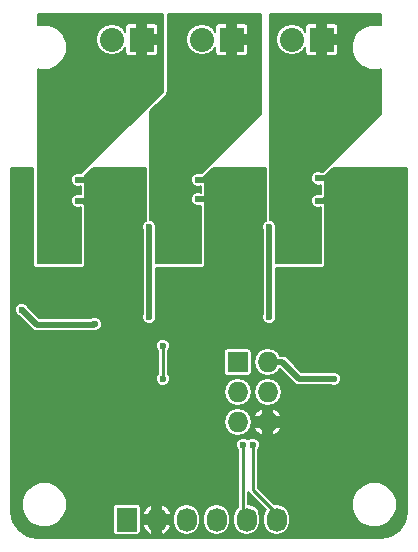
<source format=gbl>
G04 #@! TF.FileFunction,Copper,L2,Bot,Signal*
%FSLAX46Y46*%
G04 Gerber Fmt 4.6, Leading zero omitted, Abs format (unit mm)*
G04 Created by KiCad (PCBNEW 4.0.4-1.fc25-product) date Wed Mar 29 11:33:43 2017*
%MOMM*%
%LPD*%
G01*
G04 APERTURE LIST*
%ADD10C,0.100000*%
%ADD11R,1.727200X1.727200*%
%ADD12O,1.727200X1.727200*%
%ADD13R,1.727200X2.032000*%
%ADD14O,1.727200X2.032000*%
%ADD15R,2.032000X2.032000*%
%ADD16O,2.032000X2.032000*%
%ADD17C,0.600000*%
%ADD18C,0.500000*%
%ADD19C,0.250000*%
%ADD20C,0.200000*%
G04 APERTURE END LIST*
D10*
D11*
X175768000Y-107315000D03*
D12*
X178308000Y-107315000D03*
X175768000Y-109855000D03*
X178308000Y-109855000D03*
X175768000Y-112395000D03*
X178308000Y-112395000D03*
D13*
X166370000Y-120650000D03*
D14*
X168910000Y-120650000D03*
X171450000Y-120650000D03*
X173990000Y-120650000D03*
X176530000Y-120650000D03*
X179070000Y-120650000D03*
D15*
X167640000Y-80010000D03*
D16*
X165100000Y-80010000D03*
D15*
X175260000Y-80010000D03*
D16*
X172720000Y-80010000D03*
D15*
X182880000Y-80010000D03*
D16*
X180340000Y-80010000D03*
D17*
X183896000Y-108712000D03*
X167259000Y-113665000D03*
X168148000Y-115062000D03*
X183094000Y-117562000D03*
X183134000Y-115570000D03*
X182560000Y-93665000D03*
X182560000Y-91765002D03*
X172400000Y-91887000D03*
X172400000Y-93533000D03*
X162240000Y-93660000D03*
X162240000Y-91887000D03*
X168188000Y-117054000D03*
X165170000Y-113665000D03*
X161320000Y-113762000D03*
X161320000Y-112746000D03*
X161320000Y-111633000D03*
X183126000Y-111125000D03*
X184110000Y-106894000D03*
X184110000Y-105196000D03*
X181630000Y-101326000D03*
X180594000Y-101346000D03*
X180594000Y-100330000D03*
X171490000Y-101306000D03*
X170434000Y-101346000D03*
X170434000Y-100330000D03*
X160274000Y-100076000D03*
X160274000Y-101092000D03*
X161330000Y-101052000D03*
X166370000Y-82296000D03*
X167386000Y-83312000D03*
X166370000Y-84328000D03*
X161798000Y-96266000D03*
X160528000Y-96266000D03*
X159385000Y-98425000D03*
X159385000Y-97155000D03*
X159385000Y-95885000D03*
X159385000Y-93345000D03*
X159385000Y-94615000D03*
X169418000Y-105918000D03*
X169418000Y-108712000D03*
X178435000Y-95885000D03*
X178435000Y-103505000D03*
X168275000Y-95885000D03*
X168275000Y-103505000D03*
X163654821Y-104120020D03*
X157480000Y-102870000D03*
X175260000Y-82042000D03*
X176510000Y-83185000D03*
X175260000Y-84328000D03*
X171958000Y-96266000D03*
X170688000Y-96266000D03*
X169545000Y-98425000D03*
X169545000Y-97155000D03*
X169545000Y-95885000D03*
X169545000Y-93460000D03*
X169545000Y-94615000D03*
X184785000Y-81153000D03*
X183475000Y-82060000D03*
X184785000Y-82169000D03*
X184785000Y-83185000D03*
X182118000Y-96266000D03*
X180848000Y-96266000D03*
X179705000Y-93460000D03*
X179705000Y-98425000D03*
X179705000Y-97155000D03*
X179705000Y-94615000D03*
X179705000Y-95885000D03*
X176237997Y-114300000D03*
X177038000Y-114300000D03*
D18*
X180926314Y-108712000D02*
X183896000Y-108712000D01*
X178308000Y-107315000D02*
X179529314Y-107315000D01*
X179529314Y-107315000D02*
X180926314Y-108712000D01*
X183896000Y-91694000D02*
X183824998Y-91765002D01*
X183824998Y-91765002D02*
X182560000Y-91765002D01*
X184277000Y-92075000D02*
X183896000Y-91694000D01*
X184277000Y-93218000D02*
X184277000Y-92075000D01*
X183896000Y-93599000D02*
X184277000Y-93218000D01*
X183050264Y-93599000D02*
X183896000Y-93599000D01*
X182560000Y-93665000D02*
X182984264Y-93665000D01*
X182984264Y-93665000D02*
X183050264Y-93599000D01*
X174117000Y-93726000D02*
X173924000Y-93533000D01*
X173924000Y-93533000D02*
X172400000Y-93533000D01*
X174117000Y-92202000D02*
X174117000Y-93726000D01*
X173736000Y-91821000D02*
X174117000Y-92202000D01*
X172890264Y-91821000D02*
X173736000Y-91821000D01*
X172400000Y-91887000D02*
X172824264Y-91887000D01*
X172824264Y-91887000D02*
X172890264Y-91821000D01*
X163449000Y-91948000D02*
X163388000Y-91887000D01*
X163388000Y-91887000D02*
X162240000Y-91887000D01*
X163449000Y-93726000D02*
X163449000Y-91948000D01*
X162730264Y-93726000D02*
X163449000Y-93726000D01*
X162240000Y-93660000D02*
X162664264Y-93660000D01*
X162664264Y-93660000D02*
X162730264Y-93726000D01*
X160528000Y-96266000D02*
X161798000Y-96266000D01*
X159385000Y-94615000D02*
X159385000Y-93345000D01*
D19*
X169418000Y-108712000D02*
X169418000Y-105918000D01*
X173990000Y-120650000D02*
X173990000Y-120497600D01*
D18*
X175641000Y-107188000D02*
X175768000Y-107315000D01*
X178435000Y-103505000D02*
X178435000Y-95885000D01*
X168275000Y-103505000D02*
X168275000Y-95885000D01*
X158750000Y-104140000D02*
X163634841Y-104140000D01*
X163634841Y-104140000D02*
X163654821Y-104120020D01*
X157480000Y-102870000D02*
X158750000Y-104140000D01*
X170307000Y-95885000D02*
X170688000Y-96266000D01*
X169545000Y-95885000D02*
X170307000Y-95885000D01*
X169545000Y-97155000D02*
X169545000Y-98425000D01*
X169545000Y-95885000D02*
X169545000Y-97155000D01*
X181864000Y-96266000D02*
X182118000Y-96266000D01*
X180848000Y-96266000D02*
X181864000Y-96266000D01*
X179705000Y-94615000D02*
X179705000Y-93460000D01*
X179705000Y-93345000D02*
X179705000Y-93460000D01*
X179705000Y-97155000D02*
X179705000Y-98425000D01*
X179705000Y-95885000D02*
X179705000Y-97155000D01*
X179705000Y-95885000D02*
X179705000Y-94615000D01*
D19*
X176237997Y-114300000D02*
X176237997Y-120357997D01*
X176237997Y-120357997D02*
X176530000Y-120650000D01*
X177165000Y-120015000D02*
X176530000Y-120650000D01*
X177038000Y-114300000D02*
X177038000Y-118110000D01*
X177038000Y-118110000D02*
X179070000Y-120142000D01*
X179070000Y-120142000D02*
X179070000Y-120650000D01*
D20*
G36*
X169445000Y-84413578D02*
X162521578Y-91337000D01*
X162480034Y-91337000D01*
X162359871Y-91287104D01*
X162121176Y-91286896D01*
X161900571Y-91378048D01*
X161731641Y-91546683D01*
X161640104Y-91767129D01*
X161639896Y-92005824D01*
X161731048Y-92226429D01*
X161899683Y-92395359D01*
X162120129Y-92486896D01*
X162358824Y-92487104D01*
X162460000Y-92445299D01*
X162460000Y-93101681D01*
X162359871Y-93060104D01*
X162121176Y-93059896D01*
X161900571Y-93151048D01*
X161731641Y-93319683D01*
X161640104Y-93540129D01*
X161639896Y-93778824D01*
X161731048Y-93999429D01*
X161899683Y-94168359D01*
X162120129Y-94259896D01*
X162358824Y-94260104D01*
X162460000Y-94218299D01*
X162460000Y-98960000D01*
X158850000Y-98960000D01*
X158850000Y-82480138D01*
X159005409Y-82544669D01*
X159761275Y-82545329D01*
X160459857Y-82256681D01*
X160994802Y-81722669D01*
X161284669Y-81024591D01*
X161285329Y-80268725D01*
X161167774Y-79984218D01*
X163784000Y-79984218D01*
X163784000Y-80035782D01*
X163884175Y-80539393D01*
X164169447Y-80966335D01*
X164596389Y-81251607D01*
X165100000Y-81351782D01*
X165603611Y-81251607D01*
X166030553Y-80966335D01*
X166224000Y-80676820D01*
X166224000Y-81105565D01*
X166284896Y-81252582D01*
X166397418Y-81365104D01*
X166544435Y-81426000D01*
X167140000Y-81426000D01*
X167240000Y-81326000D01*
X167240000Y-80410000D01*
X168040000Y-80410000D01*
X168040000Y-81326000D01*
X168140000Y-81426000D01*
X168735565Y-81426000D01*
X168882582Y-81365104D01*
X168995104Y-81252582D01*
X169056000Y-81105565D01*
X169056000Y-80510000D01*
X168956000Y-80410000D01*
X168040000Y-80410000D01*
X167240000Y-80410000D01*
X167220000Y-80410000D01*
X167220000Y-79610000D01*
X167240000Y-79610000D01*
X167240000Y-78694000D01*
X168040000Y-78694000D01*
X168040000Y-79610000D01*
X168956000Y-79610000D01*
X169056000Y-79510000D01*
X169056000Y-78914435D01*
X168995104Y-78767418D01*
X168882582Y-78654896D01*
X168735565Y-78594000D01*
X168140000Y-78594000D01*
X168040000Y-78694000D01*
X167240000Y-78694000D01*
X167140000Y-78594000D01*
X166544435Y-78594000D01*
X166397418Y-78654896D01*
X166284896Y-78767418D01*
X166224000Y-78914435D01*
X166224000Y-79343180D01*
X166030553Y-79053665D01*
X165603611Y-78768393D01*
X165100000Y-78668218D01*
X164596389Y-78768393D01*
X164169447Y-79053665D01*
X163884175Y-79480607D01*
X163784000Y-79984218D01*
X161167774Y-79984218D01*
X160996681Y-79570143D01*
X160462669Y-79035198D01*
X159764591Y-78745331D01*
X159008725Y-78744671D01*
X158850000Y-78810255D01*
X158850000Y-77845000D01*
X169445000Y-77845000D01*
X169445000Y-84413578D01*
X169445000Y-84413578D01*
G37*
X169445000Y-84413578D02*
X162521578Y-91337000D01*
X162480034Y-91337000D01*
X162359871Y-91287104D01*
X162121176Y-91286896D01*
X161900571Y-91378048D01*
X161731641Y-91546683D01*
X161640104Y-91767129D01*
X161639896Y-92005824D01*
X161731048Y-92226429D01*
X161899683Y-92395359D01*
X162120129Y-92486896D01*
X162358824Y-92487104D01*
X162460000Y-92445299D01*
X162460000Y-93101681D01*
X162359871Y-93060104D01*
X162121176Y-93059896D01*
X161900571Y-93151048D01*
X161731641Y-93319683D01*
X161640104Y-93540129D01*
X161639896Y-93778824D01*
X161731048Y-93999429D01*
X161899683Y-94168359D01*
X162120129Y-94259896D01*
X162358824Y-94260104D01*
X162460000Y-94218299D01*
X162460000Y-98960000D01*
X158850000Y-98960000D01*
X158850000Y-82480138D01*
X159005409Y-82544669D01*
X159761275Y-82545329D01*
X160459857Y-82256681D01*
X160994802Y-81722669D01*
X161284669Y-81024591D01*
X161285329Y-80268725D01*
X161167774Y-79984218D01*
X163784000Y-79984218D01*
X163784000Y-80035782D01*
X163884175Y-80539393D01*
X164169447Y-80966335D01*
X164596389Y-81251607D01*
X165100000Y-81351782D01*
X165603611Y-81251607D01*
X166030553Y-80966335D01*
X166224000Y-80676820D01*
X166224000Y-81105565D01*
X166284896Y-81252582D01*
X166397418Y-81365104D01*
X166544435Y-81426000D01*
X167140000Y-81426000D01*
X167240000Y-81326000D01*
X167240000Y-80410000D01*
X168040000Y-80410000D01*
X168040000Y-81326000D01*
X168140000Y-81426000D01*
X168735565Y-81426000D01*
X168882582Y-81365104D01*
X168995104Y-81252582D01*
X169056000Y-81105565D01*
X169056000Y-80510000D01*
X168956000Y-80410000D01*
X168040000Y-80410000D01*
X167240000Y-80410000D01*
X167220000Y-80410000D01*
X167220000Y-79610000D01*
X167240000Y-79610000D01*
X167240000Y-78694000D01*
X168040000Y-78694000D01*
X168040000Y-79610000D01*
X168956000Y-79610000D01*
X169056000Y-79510000D01*
X169056000Y-78914435D01*
X168995104Y-78767418D01*
X168882582Y-78654896D01*
X168735565Y-78594000D01*
X168140000Y-78594000D01*
X168040000Y-78694000D01*
X167240000Y-78694000D01*
X167140000Y-78594000D01*
X166544435Y-78594000D01*
X166397418Y-78654896D01*
X166284896Y-78767418D01*
X166224000Y-78914435D01*
X166224000Y-79343180D01*
X166030553Y-79053665D01*
X165603611Y-78768393D01*
X165100000Y-78668218D01*
X164596389Y-78768393D01*
X164169447Y-79053665D01*
X163884175Y-79480607D01*
X163784000Y-79984218D01*
X161167774Y-79984218D01*
X160996681Y-79570143D01*
X160462669Y-79035198D01*
X159764591Y-78745331D01*
X159008725Y-78744671D01*
X158850000Y-78810255D01*
X158850000Y-77845000D01*
X169445000Y-77845000D01*
X169445000Y-84413578D01*
G36*
X177700000Y-86318578D02*
X172712149Y-91306429D01*
X172679788Y-91312866D01*
X172643669Y-91337000D01*
X172640034Y-91337000D01*
X172519871Y-91287104D01*
X172281176Y-91286896D01*
X172060571Y-91378048D01*
X171891641Y-91546683D01*
X171800104Y-91767129D01*
X171799896Y-92005824D01*
X171891048Y-92226429D01*
X172059683Y-92395359D01*
X172280129Y-92486896D01*
X172518824Y-92487104D01*
X172620000Y-92445299D01*
X172620000Y-92974681D01*
X172519871Y-92933104D01*
X172281176Y-92932896D01*
X172060571Y-93024048D01*
X171891641Y-93192683D01*
X171800104Y-93413129D01*
X171799896Y-93651824D01*
X171891048Y-93872429D01*
X172059683Y-94041359D01*
X172280129Y-94132896D01*
X172518824Y-94133104D01*
X172620000Y-94091299D01*
X172620000Y-98960000D01*
X168825000Y-98960000D01*
X168825000Y-96125034D01*
X168874896Y-96004871D01*
X168875104Y-95766176D01*
X168783952Y-95545571D01*
X168615317Y-95376641D01*
X168394871Y-95285104D01*
X168375000Y-95285087D01*
X168375000Y-86049264D01*
X169757132Y-84667132D01*
X169821364Y-84571717D01*
X169845000Y-84455000D01*
X169845000Y-79984218D01*
X171404000Y-79984218D01*
X171404000Y-80035782D01*
X171504175Y-80539393D01*
X171789447Y-80966335D01*
X172216389Y-81251607D01*
X172720000Y-81351782D01*
X173223611Y-81251607D01*
X173650553Y-80966335D01*
X173844000Y-80676820D01*
X173844000Y-81105565D01*
X173904896Y-81252582D01*
X174017418Y-81365104D01*
X174164435Y-81426000D01*
X174760000Y-81426000D01*
X174860000Y-81326000D01*
X174860000Y-80410000D01*
X175660000Y-80410000D01*
X175660000Y-81326000D01*
X175760000Y-81426000D01*
X176355565Y-81426000D01*
X176502582Y-81365104D01*
X176615104Y-81252582D01*
X176676000Y-81105565D01*
X176676000Y-80510000D01*
X176576000Y-80410000D01*
X175660000Y-80410000D01*
X174860000Y-80410000D01*
X174840000Y-80410000D01*
X174840000Y-79610000D01*
X174860000Y-79610000D01*
X174860000Y-78694000D01*
X175660000Y-78694000D01*
X175660000Y-79610000D01*
X176576000Y-79610000D01*
X176676000Y-79510000D01*
X176676000Y-78914435D01*
X176615104Y-78767418D01*
X176502582Y-78654896D01*
X176355565Y-78594000D01*
X175760000Y-78594000D01*
X175660000Y-78694000D01*
X174860000Y-78694000D01*
X174760000Y-78594000D01*
X174164435Y-78594000D01*
X174017418Y-78654896D01*
X173904896Y-78767418D01*
X173844000Y-78914435D01*
X173844000Y-79343180D01*
X173650553Y-79053665D01*
X173223611Y-78768393D01*
X172720000Y-78668218D01*
X172216389Y-78768393D01*
X171789447Y-79053665D01*
X171504175Y-79480607D01*
X171404000Y-79984218D01*
X169845000Y-79984218D01*
X169845000Y-77845000D01*
X177700000Y-77845000D01*
X177700000Y-86318578D01*
X177700000Y-86318578D01*
G37*
X177700000Y-86318578D02*
X172712149Y-91306429D01*
X172679788Y-91312866D01*
X172643669Y-91337000D01*
X172640034Y-91337000D01*
X172519871Y-91287104D01*
X172281176Y-91286896D01*
X172060571Y-91378048D01*
X171891641Y-91546683D01*
X171800104Y-91767129D01*
X171799896Y-92005824D01*
X171891048Y-92226429D01*
X172059683Y-92395359D01*
X172280129Y-92486896D01*
X172518824Y-92487104D01*
X172620000Y-92445299D01*
X172620000Y-92974681D01*
X172519871Y-92933104D01*
X172281176Y-92932896D01*
X172060571Y-93024048D01*
X171891641Y-93192683D01*
X171800104Y-93413129D01*
X171799896Y-93651824D01*
X171891048Y-93872429D01*
X172059683Y-94041359D01*
X172280129Y-94132896D01*
X172518824Y-94133104D01*
X172620000Y-94091299D01*
X172620000Y-98960000D01*
X168825000Y-98960000D01*
X168825000Y-96125034D01*
X168874896Y-96004871D01*
X168875104Y-95766176D01*
X168783952Y-95545571D01*
X168615317Y-95376641D01*
X168394871Y-95285104D01*
X168375000Y-95285087D01*
X168375000Y-86049264D01*
X169757132Y-84667132D01*
X169821364Y-84571717D01*
X169845000Y-84455000D01*
X169845000Y-79984218D01*
X171404000Y-79984218D01*
X171404000Y-80035782D01*
X171504175Y-80539393D01*
X171789447Y-80966335D01*
X172216389Y-81251607D01*
X172720000Y-81351782D01*
X173223611Y-81251607D01*
X173650553Y-80966335D01*
X173844000Y-80676820D01*
X173844000Y-81105565D01*
X173904896Y-81252582D01*
X174017418Y-81365104D01*
X174164435Y-81426000D01*
X174760000Y-81426000D01*
X174860000Y-81326000D01*
X174860000Y-80410000D01*
X175660000Y-80410000D01*
X175660000Y-81326000D01*
X175760000Y-81426000D01*
X176355565Y-81426000D01*
X176502582Y-81365104D01*
X176615104Y-81252582D01*
X176676000Y-81105565D01*
X176676000Y-80510000D01*
X176576000Y-80410000D01*
X175660000Y-80410000D01*
X174860000Y-80410000D01*
X174840000Y-80410000D01*
X174840000Y-79610000D01*
X174860000Y-79610000D01*
X174860000Y-78694000D01*
X175660000Y-78694000D01*
X175660000Y-79610000D01*
X176576000Y-79610000D01*
X176676000Y-79510000D01*
X176676000Y-78914435D01*
X176615104Y-78767418D01*
X176502582Y-78654896D01*
X176355565Y-78594000D01*
X175760000Y-78594000D01*
X175660000Y-78694000D01*
X174860000Y-78694000D01*
X174760000Y-78594000D01*
X174164435Y-78594000D01*
X174017418Y-78654896D01*
X173904896Y-78767418D01*
X173844000Y-78914435D01*
X173844000Y-79343180D01*
X173650553Y-79053665D01*
X173223611Y-78768393D01*
X172720000Y-78668218D01*
X172216389Y-78768393D01*
X171789447Y-79053665D01*
X171504175Y-79480607D01*
X171404000Y-79984218D01*
X169845000Y-79984218D01*
X169845000Y-77845000D01*
X177700000Y-77845000D01*
X177700000Y-86318578D01*
G36*
X187860000Y-78809862D02*
X187704591Y-78745331D01*
X186948725Y-78744671D01*
X186250143Y-79033319D01*
X185715198Y-79567331D01*
X185425331Y-80265409D01*
X185424671Y-81021275D01*
X185713319Y-81719857D01*
X186247331Y-82254802D01*
X186945409Y-82544669D01*
X187701275Y-82545329D01*
X187860000Y-82479745D01*
X187860000Y-86318578D01*
X182963576Y-91215002D01*
X182800034Y-91215002D01*
X182679871Y-91165106D01*
X182441176Y-91164898D01*
X182220571Y-91256050D01*
X182051641Y-91424685D01*
X181960104Y-91645131D01*
X181959896Y-91883826D01*
X182051048Y-92104431D01*
X182219683Y-92273361D01*
X182440129Y-92364898D01*
X182678824Y-92365106D01*
X182780000Y-92323301D01*
X182780000Y-93106681D01*
X182679871Y-93065104D01*
X182441176Y-93064896D01*
X182220571Y-93156048D01*
X182051641Y-93324683D01*
X181960104Y-93545129D01*
X181959896Y-93783824D01*
X182051048Y-94004429D01*
X182219683Y-94173359D01*
X182440129Y-94264896D01*
X182678824Y-94265104D01*
X182780000Y-94223299D01*
X182780000Y-98960000D01*
X178985000Y-98960000D01*
X178985000Y-96125034D01*
X179034896Y-96004871D01*
X179035104Y-95766176D01*
X178943952Y-95545571D01*
X178775317Y-95376641D01*
X178554871Y-95285104D01*
X178535000Y-95285087D01*
X178535000Y-79984218D01*
X179024000Y-79984218D01*
X179024000Y-80035782D01*
X179124175Y-80539393D01*
X179409447Y-80966335D01*
X179836389Y-81251607D01*
X180340000Y-81351782D01*
X180843611Y-81251607D01*
X181270553Y-80966335D01*
X181464000Y-80676820D01*
X181464000Y-81105565D01*
X181524896Y-81252582D01*
X181637418Y-81365104D01*
X181784435Y-81426000D01*
X182380000Y-81426000D01*
X182480000Y-81326000D01*
X182480000Y-80410000D01*
X183280000Y-80410000D01*
X183280000Y-81326000D01*
X183380000Y-81426000D01*
X183975565Y-81426000D01*
X184122582Y-81365104D01*
X184235104Y-81252582D01*
X184296000Y-81105565D01*
X184296000Y-80510000D01*
X184196000Y-80410000D01*
X183280000Y-80410000D01*
X182480000Y-80410000D01*
X182460000Y-80410000D01*
X182460000Y-79610000D01*
X182480000Y-79610000D01*
X182480000Y-78694000D01*
X183280000Y-78694000D01*
X183280000Y-79610000D01*
X184196000Y-79610000D01*
X184296000Y-79510000D01*
X184296000Y-78914435D01*
X184235104Y-78767418D01*
X184122582Y-78654896D01*
X183975565Y-78594000D01*
X183380000Y-78594000D01*
X183280000Y-78694000D01*
X182480000Y-78694000D01*
X182380000Y-78594000D01*
X181784435Y-78594000D01*
X181637418Y-78654896D01*
X181524896Y-78767418D01*
X181464000Y-78914435D01*
X181464000Y-79343180D01*
X181270553Y-79053665D01*
X180843611Y-78768393D01*
X180340000Y-78668218D01*
X179836389Y-78768393D01*
X179409447Y-79053665D01*
X179124175Y-79480607D01*
X179024000Y-79984218D01*
X178535000Y-79984218D01*
X178535000Y-77845000D01*
X187860000Y-77845000D01*
X187860000Y-78809862D01*
X187860000Y-78809862D01*
G37*
X187860000Y-78809862D02*
X187704591Y-78745331D01*
X186948725Y-78744671D01*
X186250143Y-79033319D01*
X185715198Y-79567331D01*
X185425331Y-80265409D01*
X185424671Y-81021275D01*
X185713319Y-81719857D01*
X186247331Y-82254802D01*
X186945409Y-82544669D01*
X187701275Y-82545329D01*
X187860000Y-82479745D01*
X187860000Y-86318578D01*
X182963576Y-91215002D01*
X182800034Y-91215002D01*
X182679871Y-91165106D01*
X182441176Y-91164898D01*
X182220571Y-91256050D01*
X182051641Y-91424685D01*
X181960104Y-91645131D01*
X181959896Y-91883826D01*
X182051048Y-92104431D01*
X182219683Y-92273361D01*
X182440129Y-92364898D01*
X182678824Y-92365106D01*
X182780000Y-92323301D01*
X182780000Y-93106681D01*
X182679871Y-93065104D01*
X182441176Y-93064896D01*
X182220571Y-93156048D01*
X182051641Y-93324683D01*
X181960104Y-93545129D01*
X181959896Y-93783824D01*
X182051048Y-94004429D01*
X182219683Y-94173359D01*
X182440129Y-94264896D01*
X182678824Y-94265104D01*
X182780000Y-94223299D01*
X182780000Y-98960000D01*
X178985000Y-98960000D01*
X178985000Y-96125034D01*
X179034896Y-96004871D01*
X179035104Y-95766176D01*
X178943952Y-95545571D01*
X178775317Y-95376641D01*
X178554871Y-95285104D01*
X178535000Y-95285087D01*
X178535000Y-79984218D01*
X179024000Y-79984218D01*
X179024000Y-80035782D01*
X179124175Y-80539393D01*
X179409447Y-80966335D01*
X179836389Y-81251607D01*
X180340000Y-81351782D01*
X180843611Y-81251607D01*
X181270553Y-80966335D01*
X181464000Y-80676820D01*
X181464000Y-81105565D01*
X181524896Y-81252582D01*
X181637418Y-81365104D01*
X181784435Y-81426000D01*
X182380000Y-81426000D01*
X182480000Y-81326000D01*
X182480000Y-80410000D01*
X183280000Y-80410000D01*
X183280000Y-81326000D01*
X183380000Y-81426000D01*
X183975565Y-81426000D01*
X184122582Y-81365104D01*
X184235104Y-81252582D01*
X184296000Y-81105565D01*
X184296000Y-80510000D01*
X184196000Y-80410000D01*
X183280000Y-80410000D01*
X182480000Y-80410000D01*
X182460000Y-80410000D01*
X182460000Y-79610000D01*
X182480000Y-79610000D01*
X182480000Y-78694000D01*
X183280000Y-78694000D01*
X183280000Y-79610000D01*
X184196000Y-79610000D01*
X184296000Y-79510000D01*
X184296000Y-78914435D01*
X184235104Y-78767418D01*
X184122582Y-78654896D01*
X183975565Y-78594000D01*
X183380000Y-78594000D01*
X183280000Y-78694000D01*
X182480000Y-78694000D01*
X182380000Y-78594000D01*
X181784435Y-78594000D01*
X181637418Y-78654896D01*
X181524896Y-78767418D01*
X181464000Y-78914435D01*
X181464000Y-79343180D01*
X181270553Y-79053665D01*
X180843611Y-78768393D01*
X180340000Y-78668218D01*
X179836389Y-78768393D01*
X179409447Y-79053665D01*
X179124175Y-79480607D01*
X179024000Y-79984218D01*
X178535000Y-79984218D01*
X178535000Y-77845000D01*
X187860000Y-77845000D01*
X187860000Y-78809862D01*
G36*
X158450000Y-99060000D02*
X158470517Y-99169037D01*
X158534958Y-99269181D01*
X158633283Y-99336364D01*
X158750000Y-99360000D01*
X162560000Y-99360000D01*
X162669037Y-99339483D01*
X162769181Y-99275042D01*
X162836364Y-99176717D01*
X162860000Y-99060000D01*
X162860000Y-91564264D01*
X163519264Y-90905000D01*
X167975000Y-90905000D01*
X167975000Y-95359756D01*
X167935571Y-95376048D01*
X167766641Y-95544683D01*
X167675104Y-95765129D01*
X167674896Y-96003824D01*
X167725000Y-96125085D01*
X167725000Y-103264966D01*
X167675104Y-103385129D01*
X167674896Y-103623824D01*
X167766048Y-103844429D01*
X167934683Y-104013359D01*
X168155129Y-104104896D01*
X168393824Y-104105104D01*
X168614429Y-104013952D01*
X168783359Y-103845317D01*
X168874896Y-103624871D01*
X168875104Y-103386176D01*
X168825000Y-103264915D01*
X168825000Y-99360000D01*
X172720000Y-99360000D01*
X172829037Y-99339483D01*
X172929181Y-99275042D01*
X172996364Y-99176717D01*
X173020000Y-99060000D01*
X173020000Y-91564264D01*
X173679264Y-90905000D01*
X178135000Y-90905000D01*
X178135000Y-95359756D01*
X178095571Y-95376048D01*
X177926641Y-95544683D01*
X177835104Y-95765129D01*
X177834896Y-96003824D01*
X177885000Y-96125085D01*
X177885000Y-103264966D01*
X177835104Y-103385129D01*
X177834896Y-103623824D01*
X177926048Y-103844429D01*
X178094683Y-104013359D01*
X178315129Y-104104896D01*
X178553824Y-104105104D01*
X178774429Y-104013952D01*
X178943359Y-103845317D01*
X179034896Y-103624871D01*
X179035104Y-103386176D01*
X178985000Y-103264915D01*
X178985000Y-99360000D01*
X182880000Y-99360000D01*
X182989037Y-99339483D01*
X183089181Y-99275042D01*
X183156364Y-99176717D01*
X183180000Y-99060000D01*
X183180000Y-91564264D01*
X183839264Y-90905000D01*
X190125000Y-90905000D01*
X190125000Y-119978068D01*
X189953412Y-120840697D01*
X189485691Y-121540691D01*
X188785697Y-122008412D01*
X187923068Y-122180000D01*
X158786932Y-122180000D01*
X157924303Y-122008412D01*
X157224309Y-121540691D01*
X156756588Y-120840697D01*
X156585000Y-119978068D01*
X156585000Y-119756275D01*
X157484671Y-119756275D01*
X157773319Y-120454857D01*
X158307331Y-120989802D01*
X159005409Y-121279669D01*
X159761275Y-121280329D01*
X160459857Y-120991681D01*
X160994802Y-120457669D01*
X161284669Y-119759591D01*
X161284778Y-119634000D01*
X165200523Y-119634000D01*
X165200523Y-121666000D01*
X165221442Y-121777173D01*
X165287145Y-121879279D01*
X165387397Y-121947778D01*
X165506400Y-121971877D01*
X167233600Y-121971877D01*
X167344773Y-121950958D01*
X167446879Y-121885255D01*
X167515378Y-121785003D01*
X167539477Y-121666000D01*
X167539477Y-121238397D01*
X167739994Y-121238397D01*
X167995904Y-121652951D01*
X168327419Y-121923687D01*
X168510000Y-121895087D01*
X168510000Y-121050000D01*
X169310000Y-121050000D01*
X169310000Y-121895087D01*
X169492581Y-121923687D01*
X169824096Y-121652951D01*
X170080006Y-121238397D01*
X170033806Y-121050000D01*
X169310000Y-121050000D01*
X168510000Y-121050000D01*
X167786194Y-121050000D01*
X167739994Y-121238397D01*
X167539477Y-121238397D01*
X167539477Y-120471818D01*
X170286400Y-120471818D01*
X170286400Y-120828182D01*
X170374974Y-121273472D01*
X170627211Y-121650971D01*
X171004710Y-121903208D01*
X171450000Y-121991782D01*
X171895290Y-121903208D01*
X172272789Y-121650971D01*
X172525026Y-121273472D01*
X172613600Y-120828182D01*
X172613600Y-120471818D01*
X172826400Y-120471818D01*
X172826400Y-120828182D01*
X172914974Y-121273472D01*
X173167211Y-121650971D01*
X173544710Y-121903208D01*
X173990000Y-121991782D01*
X174435290Y-121903208D01*
X174812789Y-121650971D01*
X175065026Y-121273472D01*
X175153600Y-120828182D01*
X175153600Y-120471818D01*
X175366400Y-120471818D01*
X175366400Y-120828182D01*
X175454974Y-121273472D01*
X175707211Y-121650971D01*
X176084710Y-121903208D01*
X176530000Y-121991782D01*
X176975290Y-121903208D01*
X177352789Y-121650971D01*
X177605026Y-121273472D01*
X177693600Y-120828182D01*
X177693600Y-120471818D01*
X177605026Y-120026528D01*
X177586896Y-119999394D01*
X177557649Y-119852359D01*
X177465521Y-119714479D01*
X177327641Y-119622351D01*
X177306598Y-119618165D01*
X176975290Y-119396792D01*
X176662997Y-119334673D01*
X176662997Y-118299050D01*
X176737480Y-118410520D01*
X178138575Y-119811615D01*
X177994974Y-120026528D01*
X177906400Y-120471818D01*
X177906400Y-120828182D01*
X177994974Y-121273472D01*
X178247211Y-121650971D01*
X178624710Y-121903208D01*
X179070000Y-121991782D01*
X179515290Y-121903208D01*
X179892789Y-121650971D01*
X180145026Y-121273472D01*
X180233600Y-120828182D01*
X180233600Y-120471818D01*
X180145026Y-120026528D01*
X179964449Y-119756275D01*
X185424671Y-119756275D01*
X185713319Y-120454857D01*
X186247331Y-120989802D01*
X186945409Y-121279669D01*
X187701275Y-121280329D01*
X188399857Y-120991681D01*
X188934802Y-120457669D01*
X189224669Y-119759591D01*
X189225329Y-119003725D01*
X188936681Y-118305143D01*
X188402669Y-117770198D01*
X187704591Y-117480331D01*
X186948725Y-117479671D01*
X186250143Y-117768319D01*
X185715198Y-118302331D01*
X185425331Y-119000409D01*
X185424671Y-119756275D01*
X179964449Y-119756275D01*
X179892789Y-119649029D01*
X179515290Y-119396792D01*
X179070000Y-119308218D01*
X178875872Y-119346832D01*
X177463000Y-117933960D01*
X177463000Y-114723530D01*
X177546359Y-114640317D01*
X177637896Y-114419871D01*
X177638104Y-114181176D01*
X177546952Y-113960571D01*
X177378317Y-113791641D01*
X177157871Y-113700104D01*
X176919176Y-113699896D01*
X176698571Y-113791048D01*
X176638041Y-113851472D01*
X176578314Y-113791641D01*
X176357868Y-113700104D01*
X176119173Y-113699896D01*
X175898568Y-113791048D01*
X175729638Y-113959683D01*
X175638101Y-114180129D01*
X175637893Y-114418824D01*
X175729045Y-114639429D01*
X175812997Y-114723528D01*
X175812997Y-119578345D01*
X175707211Y-119649029D01*
X175454974Y-120026528D01*
X175366400Y-120471818D01*
X175153600Y-120471818D01*
X175065026Y-120026528D01*
X174812789Y-119649029D01*
X174435290Y-119396792D01*
X173990000Y-119308218D01*
X173544710Y-119396792D01*
X173167211Y-119649029D01*
X172914974Y-120026528D01*
X172826400Y-120471818D01*
X172613600Y-120471818D01*
X172525026Y-120026528D01*
X172272789Y-119649029D01*
X171895290Y-119396792D01*
X171450000Y-119308218D01*
X171004710Y-119396792D01*
X170627211Y-119649029D01*
X170374974Y-120026528D01*
X170286400Y-120471818D01*
X167539477Y-120471818D01*
X167539477Y-120061603D01*
X167739994Y-120061603D01*
X167786194Y-120250000D01*
X168510000Y-120250000D01*
X168510000Y-119404913D01*
X169310000Y-119404913D01*
X169310000Y-120250000D01*
X170033806Y-120250000D01*
X170080006Y-120061603D01*
X169824096Y-119647049D01*
X169492581Y-119376313D01*
X169310000Y-119404913D01*
X168510000Y-119404913D01*
X168327419Y-119376313D01*
X167995904Y-119647049D01*
X167739994Y-120061603D01*
X167539477Y-120061603D01*
X167539477Y-119634000D01*
X167518558Y-119522827D01*
X167452855Y-119420721D01*
X167352603Y-119352222D01*
X167233600Y-119328123D01*
X165506400Y-119328123D01*
X165395227Y-119349042D01*
X165293121Y-119414745D01*
X165224622Y-119514997D01*
X165200523Y-119634000D01*
X161284778Y-119634000D01*
X161285329Y-119003725D01*
X160996681Y-118305143D01*
X160462669Y-117770198D01*
X159764591Y-117480331D01*
X159008725Y-117479671D01*
X158310143Y-117768319D01*
X157775198Y-118302331D01*
X157485331Y-119000409D01*
X157484671Y-119756275D01*
X156585000Y-119756275D01*
X156585000Y-112395000D01*
X174581604Y-112395000D01*
X174670178Y-112840290D01*
X174922415Y-113217789D01*
X175299914Y-113470026D01*
X175745204Y-113558600D01*
X175790796Y-113558600D01*
X176236086Y-113470026D01*
X176613585Y-113217789D01*
X176774087Y-112977581D01*
X177186713Y-112977581D01*
X177340649Y-113208022D01*
X177725414Y-113516324D01*
X177908000Y-113493655D01*
X177908000Y-112795000D01*
X178708000Y-112795000D01*
X178708000Y-113493655D01*
X178890586Y-113516324D01*
X179275351Y-113208022D01*
X179429287Y-112977581D01*
X179400687Y-112795000D01*
X178708000Y-112795000D01*
X177908000Y-112795000D01*
X177215313Y-112795000D01*
X177186713Y-112977581D01*
X176774087Y-112977581D01*
X176865822Y-112840290D01*
X176954396Y-112395000D01*
X176865822Y-111949710D01*
X176774088Y-111812419D01*
X177186713Y-111812419D01*
X177215313Y-111995000D01*
X177908000Y-111995000D01*
X177908000Y-111296345D01*
X178708000Y-111296345D01*
X178708000Y-111995000D01*
X179400687Y-111995000D01*
X179429287Y-111812419D01*
X179275351Y-111581978D01*
X178890586Y-111273676D01*
X178708000Y-111296345D01*
X177908000Y-111296345D01*
X177725414Y-111273676D01*
X177340649Y-111581978D01*
X177186713Y-111812419D01*
X176774088Y-111812419D01*
X176613585Y-111572211D01*
X176236086Y-111319974D01*
X175790796Y-111231400D01*
X175745204Y-111231400D01*
X175299914Y-111319974D01*
X174922415Y-111572211D01*
X174670178Y-111949710D01*
X174581604Y-112395000D01*
X156585000Y-112395000D01*
X156585000Y-109855000D01*
X174581604Y-109855000D01*
X174670178Y-110300290D01*
X174922415Y-110677789D01*
X175299914Y-110930026D01*
X175745204Y-111018600D01*
X175790796Y-111018600D01*
X176236086Y-110930026D01*
X176613585Y-110677789D01*
X176865822Y-110300290D01*
X176954396Y-109855000D01*
X177121604Y-109855000D01*
X177210178Y-110300290D01*
X177462415Y-110677789D01*
X177839914Y-110930026D01*
X178285204Y-111018600D01*
X178330796Y-111018600D01*
X178776086Y-110930026D01*
X179153585Y-110677789D01*
X179405822Y-110300290D01*
X179494396Y-109855000D01*
X179405822Y-109409710D01*
X179153585Y-109032211D01*
X178776086Y-108779974D01*
X178330796Y-108691400D01*
X178285204Y-108691400D01*
X177839914Y-108779974D01*
X177462415Y-109032211D01*
X177210178Y-109409710D01*
X177121604Y-109855000D01*
X176954396Y-109855000D01*
X176865822Y-109409710D01*
X176613585Y-109032211D01*
X176236086Y-108779974D01*
X175790796Y-108691400D01*
X175745204Y-108691400D01*
X175299914Y-108779974D01*
X174922415Y-109032211D01*
X174670178Y-109409710D01*
X174581604Y-109855000D01*
X156585000Y-109855000D01*
X156585000Y-106036824D01*
X168817896Y-106036824D01*
X168909048Y-106257429D01*
X168993000Y-106341528D01*
X168993000Y-108288470D01*
X168909641Y-108371683D01*
X168818104Y-108592129D01*
X168817896Y-108830824D01*
X168909048Y-109051429D01*
X169077683Y-109220359D01*
X169298129Y-109311896D01*
X169536824Y-109312104D01*
X169757429Y-109220952D01*
X169926359Y-109052317D01*
X170017896Y-108831871D01*
X170018104Y-108593176D01*
X169926952Y-108372571D01*
X169843000Y-108288472D01*
X169843000Y-106451400D01*
X174598523Y-106451400D01*
X174598523Y-108178600D01*
X174619442Y-108289773D01*
X174685145Y-108391879D01*
X174785397Y-108460378D01*
X174904400Y-108484477D01*
X176631600Y-108484477D01*
X176742773Y-108463558D01*
X176844879Y-108397855D01*
X176913378Y-108297603D01*
X176937477Y-108178600D01*
X176937477Y-107315000D01*
X177121604Y-107315000D01*
X177210178Y-107760290D01*
X177462415Y-108137789D01*
X177839914Y-108390026D01*
X178285204Y-108478600D01*
X178330796Y-108478600D01*
X178776086Y-108390026D01*
X179153585Y-108137789D01*
X179322094Y-107885598D01*
X180537403Y-109100906D01*
X180537405Y-109100909D01*
X180715838Y-109220134D01*
X180926314Y-109262000D01*
X183655966Y-109262000D01*
X183776129Y-109311896D01*
X184014824Y-109312104D01*
X184235429Y-109220952D01*
X184404359Y-109052317D01*
X184495896Y-108831871D01*
X184496104Y-108593176D01*
X184404952Y-108372571D01*
X184236317Y-108203641D01*
X184015871Y-108112104D01*
X183777176Y-108111896D01*
X183655915Y-108162000D01*
X181154131Y-108162000D01*
X179918223Y-106926091D01*
X179739790Y-106806866D01*
X179529314Y-106765000D01*
X179335857Y-106765000D01*
X179153585Y-106492211D01*
X178776086Y-106239974D01*
X178330796Y-106151400D01*
X178285204Y-106151400D01*
X177839914Y-106239974D01*
X177462415Y-106492211D01*
X177210178Y-106869710D01*
X177121604Y-107315000D01*
X176937477Y-107315000D01*
X176937477Y-106451400D01*
X176916558Y-106340227D01*
X176850855Y-106238121D01*
X176750603Y-106169622D01*
X176631600Y-106145523D01*
X174904400Y-106145523D01*
X174793227Y-106166442D01*
X174691121Y-106232145D01*
X174622622Y-106332397D01*
X174598523Y-106451400D01*
X169843000Y-106451400D01*
X169843000Y-106341530D01*
X169926359Y-106258317D01*
X170017896Y-106037871D01*
X170018104Y-105799176D01*
X169926952Y-105578571D01*
X169758317Y-105409641D01*
X169537871Y-105318104D01*
X169299176Y-105317896D01*
X169078571Y-105409048D01*
X168909641Y-105577683D01*
X168818104Y-105798129D01*
X168817896Y-106036824D01*
X156585000Y-106036824D01*
X156585000Y-102988824D01*
X156879896Y-102988824D01*
X156971048Y-103209429D01*
X157139683Y-103378359D01*
X157260857Y-103428675D01*
X158361091Y-104528909D01*
X158539524Y-104648134D01*
X158750000Y-104690000D01*
X163462904Y-104690000D01*
X163534950Y-104719916D01*
X163773645Y-104720124D01*
X163994250Y-104628972D01*
X164163180Y-104460337D01*
X164254717Y-104239891D01*
X164254925Y-104001196D01*
X164163773Y-103780591D01*
X163995138Y-103611661D01*
X163774692Y-103520124D01*
X163535997Y-103519916D01*
X163366381Y-103590000D01*
X158977818Y-103590000D01*
X158038638Y-102650820D01*
X157988952Y-102530571D01*
X157820317Y-102361641D01*
X157599871Y-102270104D01*
X157361176Y-102269896D01*
X157140571Y-102361048D01*
X156971641Y-102529683D01*
X156880104Y-102750129D01*
X156879896Y-102988824D01*
X156585000Y-102988824D01*
X156585000Y-90905000D01*
X158450000Y-90905000D01*
X158450000Y-99060000D01*
X158450000Y-99060000D01*
G37*
X158450000Y-99060000D02*
X158470517Y-99169037D01*
X158534958Y-99269181D01*
X158633283Y-99336364D01*
X158750000Y-99360000D01*
X162560000Y-99360000D01*
X162669037Y-99339483D01*
X162769181Y-99275042D01*
X162836364Y-99176717D01*
X162860000Y-99060000D01*
X162860000Y-91564264D01*
X163519264Y-90905000D01*
X167975000Y-90905000D01*
X167975000Y-95359756D01*
X167935571Y-95376048D01*
X167766641Y-95544683D01*
X167675104Y-95765129D01*
X167674896Y-96003824D01*
X167725000Y-96125085D01*
X167725000Y-103264966D01*
X167675104Y-103385129D01*
X167674896Y-103623824D01*
X167766048Y-103844429D01*
X167934683Y-104013359D01*
X168155129Y-104104896D01*
X168393824Y-104105104D01*
X168614429Y-104013952D01*
X168783359Y-103845317D01*
X168874896Y-103624871D01*
X168875104Y-103386176D01*
X168825000Y-103264915D01*
X168825000Y-99360000D01*
X172720000Y-99360000D01*
X172829037Y-99339483D01*
X172929181Y-99275042D01*
X172996364Y-99176717D01*
X173020000Y-99060000D01*
X173020000Y-91564264D01*
X173679264Y-90905000D01*
X178135000Y-90905000D01*
X178135000Y-95359756D01*
X178095571Y-95376048D01*
X177926641Y-95544683D01*
X177835104Y-95765129D01*
X177834896Y-96003824D01*
X177885000Y-96125085D01*
X177885000Y-103264966D01*
X177835104Y-103385129D01*
X177834896Y-103623824D01*
X177926048Y-103844429D01*
X178094683Y-104013359D01*
X178315129Y-104104896D01*
X178553824Y-104105104D01*
X178774429Y-104013952D01*
X178943359Y-103845317D01*
X179034896Y-103624871D01*
X179035104Y-103386176D01*
X178985000Y-103264915D01*
X178985000Y-99360000D01*
X182880000Y-99360000D01*
X182989037Y-99339483D01*
X183089181Y-99275042D01*
X183156364Y-99176717D01*
X183180000Y-99060000D01*
X183180000Y-91564264D01*
X183839264Y-90905000D01*
X190125000Y-90905000D01*
X190125000Y-119978068D01*
X189953412Y-120840697D01*
X189485691Y-121540691D01*
X188785697Y-122008412D01*
X187923068Y-122180000D01*
X158786932Y-122180000D01*
X157924303Y-122008412D01*
X157224309Y-121540691D01*
X156756588Y-120840697D01*
X156585000Y-119978068D01*
X156585000Y-119756275D01*
X157484671Y-119756275D01*
X157773319Y-120454857D01*
X158307331Y-120989802D01*
X159005409Y-121279669D01*
X159761275Y-121280329D01*
X160459857Y-120991681D01*
X160994802Y-120457669D01*
X161284669Y-119759591D01*
X161284778Y-119634000D01*
X165200523Y-119634000D01*
X165200523Y-121666000D01*
X165221442Y-121777173D01*
X165287145Y-121879279D01*
X165387397Y-121947778D01*
X165506400Y-121971877D01*
X167233600Y-121971877D01*
X167344773Y-121950958D01*
X167446879Y-121885255D01*
X167515378Y-121785003D01*
X167539477Y-121666000D01*
X167539477Y-121238397D01*
X167739994Y-121238397D01*
X167995904Y-121652951D01*
X168327419Y-121923687D01*
X168510000Y-121895087D01*
X168510000Y-121050000D01*
X169310000Y-121050000D01*
X169310000Y-121895087D01*
X169492581Y-121923687D01*
X169824096Y-121652951D01*
X170080006Y-121238397D01*
X170033806Y-121050000D01*
X169310000Y-121050000D01*
X168510000Y-121050000D01*
X167786194Y-121050000D01*
X167739994Y-121238397D01*
X167539477Y-121238397D01*
X167539477Y-120471818D01*
X170286400Y-120471818D01*
X170286400Y-120828182D01*
X170374974Y-121273472D01*
X170627211Y-121650971D01*
X171004710Y-121903208D01*
X171450000Y-121991782D01*
X171895290Y-121903208D01*
X172272789Y-121650971D01*
X172525026Y-121273472D01*
X172613600Y-120828182D01*
X172613600Y-120471818D01*
X172826400Y-120471818D01*
X172826400Y-120828182D01*
X172914974Y-121273472D01*
X173167211Y-121650971D01*
X173544710Y-121903208D01*
X173990000Y-121991782D01*
X174435290Y-121903208D01*
X174812789Y-121650971D01*
X175065026Y-121273472D01*
X175153600Y-120828182D01*
X175153600Y-120471818D01*
X175366400Y-120471818D01*
X175366400Y-120828182D01*
X175454974Y-121273472D01*
X175707211Y-121650971D01*
X176084710Y-121903208D01*
X176530000Y-121991782D01*
X176975290Y-121903208D01*
X177352789Y-121650971D01*
X177605026Y-121273472D01*
X177693600Y-120828182D01*
X177693600Y-120471818D01*
X177605026Y-120026528D01*
X177586896Y-119999394D01*
X177557649Y-119852359D01*
X177465521Y-119714479D01*
X177327641Y-119622351D01*
X177306598Y-119618165D01*
X176975290Y-119396792D01*
X176662997Y-119334673D01*
X176662997Y-118299050D01*
X176737480Y-118410520D01*
X178138575Y-119811615D01*
X177994974Y-120026528D01*
X177906400Y-120471818D01*
X177906400Y-120828182D01*
X177994974Y-121273472D01*
X178247211Y-121650971D01*
X178624710Y-121903208D01*
X179070000Y-121991782D01*
X179515290Y-121903208D01*
X179892789Y-121650971D01*
X180145026Y-121273472D01*
X180233600Y-120828182D01*
X180233600Y-120471818D01*
X180145026Y-120026528D01*
X179964449Y-119756275D01*
X185424671Y-119756275D01*
X185713319Y-120454857D01*
X186247331Y-120989802D01*
X186945409Y-121279669D01*
X187701275Y-121280329D01*
X188399857Y-120991681D01*
X188934802Y-120457669D01*
X189224669Y-119759591D01*
X189225329Y-119003725D01*
X188936681Y-118305143D01*
X188402669Y-117770198D01*
X187704591Y-117480331D01*
X186948725Y-117479671D01*
X186250143Y-117768319D01*
X185715198Y-118302331D01*
X185425331Y-119000409D01*
X185424671Y-119756275D01*
X179964449Y-119756275D01*
X179892789Y-119649029D01*
X179515290Y-119396792D01*
X179070000Y-119308218D01*
X178875872Y-119346832D01*
X177463000Y-117933960D01*
X177463000Y-114723530D01*
X177546359Y-114640317D01*
X177637896Y-114419871D01*
X177638104Y-114181176D01*
X177546952Y-113960571D01*
X177378317Y-113791641D01*
X177157871Y-113700104D01*
X176919176Y-113699896D01*
X176698571Y-113791048D01*
X176638041Y-113851472D01*
X176578314Y-113791641D01*
X176357868Y-113700104D01*
X176119173Y-113699896D01*
X175898568Y-113791048D01*
X175729638Y-113959683D01*
X175638101Y-114180129D01*
X175637893Y-114418824D01*
X175729045Y-114639429D01*
X175812997Y-114723528D01*
X175812997Y-119578345D01*
X175707211Y-119649029D01*
X175454974Y-120026528D01*
X175366400Y-120471818D01*
X175153600Y-120471818D01*
X175065026Y-120026528D01*
X174812789Y-119649029D01*
X174435290Y-119396792D01*
X173990000Y-119308218D01*
X173544710Y-119396792D01*
X173167211Y-119649029D01*
X172914974Y-120026528D01*
X172826400Y-120471818D01*
X172613600Y-120471818D01*
X172525026Y-120026528D01*
X172272789Y-119649029D01*
X171895290Y-119396792D01*
X171450000Y-119308218D01*
X171004710Y-119396792D01*
X170627211Y-119649029D01*
X170374974Y-120026528D01*
X170286400Y-120471818D01*
X167539477Y-120471818D01*
X167539477Y-120061603D01*
X167739994Y-120061603D01*
X167786194Y-120250000D01*
X168510000Y-120250000D01*
X168510000Y-119404913D01*
X169310000Y-119404913D01*
X169310000Y-120250000D01*
X170033806Y-120250000D01*
X170080006Y-120061603D01*
X169824096Y-119647049D01*
X169492581Y-119376313D01*
X169310000Y-119404913D01*
X168510000Y-119404913D01*
X168327419Y-119376313D01*
X167995904Y-119647049D01*
X167739994Y-120061603D01*
X167539477Y-120061603D01*
X167539477Y-119634000D01*
X167518558Y-119522827D01*
X167452855Y-119420721D01*
X167352603Y-119352222D01*
X167233600Y-119328123D01*
X165506400Y-119328123D01*
X165395227Y-119349042D01*
X165293121Y-119414745D01*
X165224622Y-119514997D01*
X165200523Y-119634000D01*
X161284778Y-119634000D01*
X161285329Y-119003725D01*
X160996681Y-118305143D01*
X160462669Y-117770198D01*
X159764591Y-117480331D01*
X159008725Y-117479671D01*
X158310143Y-117768319D01*
X157775198Y-118302331D01*
X157485331Y-119000409D01*
X157484671Y-119756275D01*
X156585000Y-119756275D01*
X156585000Y-112395000D01*
X174581604Y-112395000D01*
X174670178Y-112840290D01*
X174922415Y-113217789D01*
X175299914Y-113470026D01*
X175745204Y-113558600D01*
X175790796Y-113558600D01*
X176236086Y-113470026D01*
X176613585Y-113217789D01*
X176774087Y-112977581D01*
X177186713Y-112977581D01*
X177340649Y-113208022D01*
X177725414Y-113516324D01*
X177908000Y-113493655D01*
X177908000Y-112795000D01*
X178708000Y-112795000D01*
X178708000Y-113493655D01*
X178890586Y-113516324D01*
X179275351Y-113208022D01*
X179429287Y-112977581D01*
X179400687Y-112795000D01*
X178708000Y-112795000D01*
X177908000Y-112795000D01*
X177215313Y-112795000D01*
X177186713Y-112977581D01*
X176774087Y-112977581D01*
X176865822Y-112840290D01*
X176954396Y-112395000D01*
X176865822Y-111949710D01*
X176774088Y-111812419D01*
X177186713Y-111812419D01*
X177215313Y-111995000D01*
X177908000Y-111995000D01*
X177908000Y-111296345D01*
X178708000Y-111296345D01*
X178708000Y-111995000D01*
X179400687Y-111995000D01*
X179429287Y-111812419D01*
X179275351Y-111581978D01*
X178890586Y-111273676D01*
X178708000Y-111296345D01*
X177908000Y-111296345D01*
X177725414Y-111273676D01*
X177340649Y-111581978D01*
X177186713Y-111812419D01*
X176774088Y-111812419D01*
X176613585Y-111572211D01*
X176236086Y-111319974D01*
X175790796Y-111231400D01*
X175745204Y-111231400D01*
X175299914Y-111319974D01*
X174922415Y-111572211D01*
X174670178Y-111949710D01*
X174581604Y-112395000D01*
X156585000Y-112395000D01*
X156585000Y-109855000D01*
X174581604Y-109855000D01*
X174670178Y-110300290D01*
X174922415Y-110677789D01*
X175299914Y-110930026D01*
X175745204Y-111018600D01*
X175790796Y-111018600D01*
X176236086Y-110930026D01*
X176613585Y-110677789D01*
X176865822Y-110300290D01*
X176954396Y-109855000D01*
X177121604Y-109855000D01*
X177210178Y-110300290D01*
X177462415Y-110677789D01*
X177839914Y-110930026D01*
X178285204Y-111018600D01*
X178330796Y-111018600D01*
X178776086Y-110930026D01*
X179153585Y-110677789D01*
X179405822Y-110300290D01*
X179494396Y-109855000D01*
X179405822Y-109409710D01*
X179153585Y-109032211D01*
X178776086Y-108779974D01*
X178330796Y-108691400D01*
X178285204Y-108691400D01*
X177839914Y-108779974D01*
X177462415Y-109032211D01*
X177210178Y-109409710D01*
X177121604Y-109855000D01*
X176954396Y-109855000D01*
X176865822Y-109409710D01*
X176613585Y-109032211D01*
X176236086Y-108779974D01*
X175790796Y-108691400D01*
X175745204Y-108691400D01*
X175299914Y-108779974D01*
X174922415Y-109032211D01*
X174670178Y-109409710D01*
X174581604Y-109855000D01*
X156585000Y-109855000D01*
X156585000Y-106036824D01*
X168817896Y-106036824D01*
X168909048Y-106257429D01*
X168993000Y-106341528D01*
X168993000Y-108288470D01*
X168909641Y-108371683D01*
X168818104Y-108592129D01*
X168817896Y-108830824D01*
X168909048Y-109051429D01*
X169077683Y-109220359D01*
X169298129Y-109311896D01*
X169536824Y-109312104D01*
X169757429Y-109220952D01*
X169926359Y-109052317D01*
X170017896Y-108831871D01*
X170018104Y-108593176D01*
X169926952Y-108372571D01*
X169843000Y-108288472D01*
X169843000Y-106451400D01*
X174598523Y-106451400D01*
X174598523Y-108178600D01*
X174619442Y-108289773D01*
X174685145Y-108391879D01*
X174785397Y-108460378D01*
X174904400Y-108484477D01*
X176631600Y-108484477D01*
X176742773Y-108463558D01*
X176844879Y-108397855D01*
X176913378Y-108297603D01*
X176937477Y-108178600D01*
X176937477Y-107315000D01*
X177121604Y-107315000D01*
X177210178Y-107760290D01*
X177462415Y-108137789D01*
X177839914Y-108390026D01*
X178285204Y-108478600D01*
X178330796Y-108478600D01*
X178776086Y-108390026D01*
X179153585Y-108137789D01*
X179322094Y-107885598D01*
X180537403Y-109100906D01*
X180537405Y-109100909D01*
X180715838Y-109220134D01*
X180926314Y-109262000D01*
X183655966Y-109262000D01*
X183776129Y-109311896D01*
X184014824Y-109312104D01*
X184235429Y-109220952D01*
X184404359Y-109052317D01*
X184495896Y-108831871D01*
X184496104Y-108593176D01*
X184404952Y-108372571D01*
X184236317Y-108203641D01*
X184015871Y-108112104D01*
X183777176Y-108111896D01*
X183655915Y-108162000D01*
X181154131Y-108162000D01*
X179918223Y-106926091D01*
X179739790Y-106806866D01*
X179529314Y-106765000D01*
X179335857Y-106765000D01*
X179153585Y-106492211D01*
X178776086Y-106239974D01*
X178330796Y-106151400D01*
X178285204Y-106151400D01*
X177839914Y-106239974D01*
X177462415Y-106492211D01*
X177210178Y-106869710D01*
X177121604Y-107315000D01*
X176937477Y-107315000D01*
X176937477Y-106451400D01*
X176916558Y-106340227D01*
X176850855Y-106238121D01*
X176750603Y-106169622D01*
X176631600Y-106145523D01*
X174904400Y-106145523D01*
X174793227Y-106166442D01*
X174691121Y-106232145D01*
X174622622Y-106332397D01*
X174598523Y-106451400D01*
X169843000Y-106451400D01*
X169843000Y-106341530D01*
X169926359Y-106258317D01*
X170017896Y-106037871D01*
X170018104Y-105799176D01*
X169926952Y-105578571D01*
X169758317Y-105409641D01*
X169537871Y-105318104D01*
X169299176Y-105317896D01*
X169078571Y-105409048D01*
X168909641Y-105577683D01*
X168818104Y-105798129D01*
X168817896Y-106036824D01*
X156585000Y-106036824D01*
X156585000Y-102988824D01*
X156879896Y-102988824D01*
X156971048Y-103209429D01*
X157139683Y-103378359D01*
X157260857Y-103428675D01*
X158361091Y-104528909D01*
X158539524Y-104648134D01*
X158750000Y-104690000D01*
X163462904Y-104690000D01*
X163534950Y-104719916D01*
X163773645Y-104720124D01*
X163994250Y-104628972D01*
X164163180Y-104460337D01*
X164254717Y-104239891D01*
X164254925Y-104001196D01*
X164163773Y-103780591D01*
X163995138Y-103611661D01*
X163774692Y-103520124D01*
X163535997Y-103519916D01*
X163366381Y-103590000D01*
X158977818Y-103590000D01*
X158038638Y-102650820D01*
X157988952Y-102530571D01*
X157820317Y-102361641D01*
X157599871Y-102270104D01*
X157361176Y-102269896D01*
X157140571Y-102361048D01*
X156971641Y-102529683D01*
X156880104Y-102750129D01*
X156879896Y-102988824D01*
X156585000Y-102988824D01*
X156585000Y-90905000D01*
X158450000Y-90905000D01*
X158450000Y-99060000D01*
M02*

</source>
